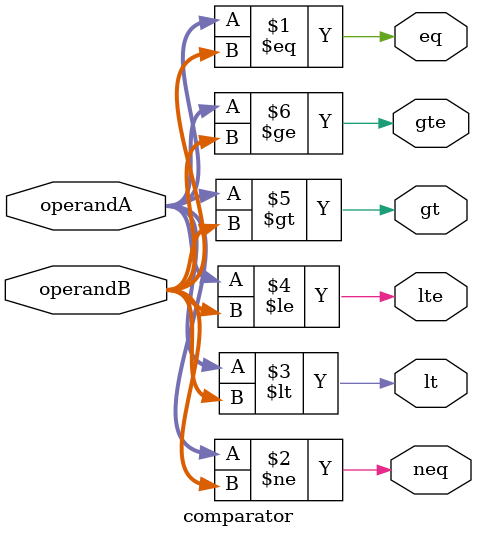
<source format=sv>
module comparator #(parameter N=32) (input logic [N-1:0] operandA, operandB,
											 output logic eq, neq, lt, lte, gt, gte);
											 
		assign eq = (operandA == operandB);
		assign neq = (operandA != operandB);
		assign lt = (operandA < operandB);
		assign lte = (operandA <= operandB);
		assign gt = (operandA > operandB);
		assign gte = (operandA >= operandB);
		
endmodule

</source>
